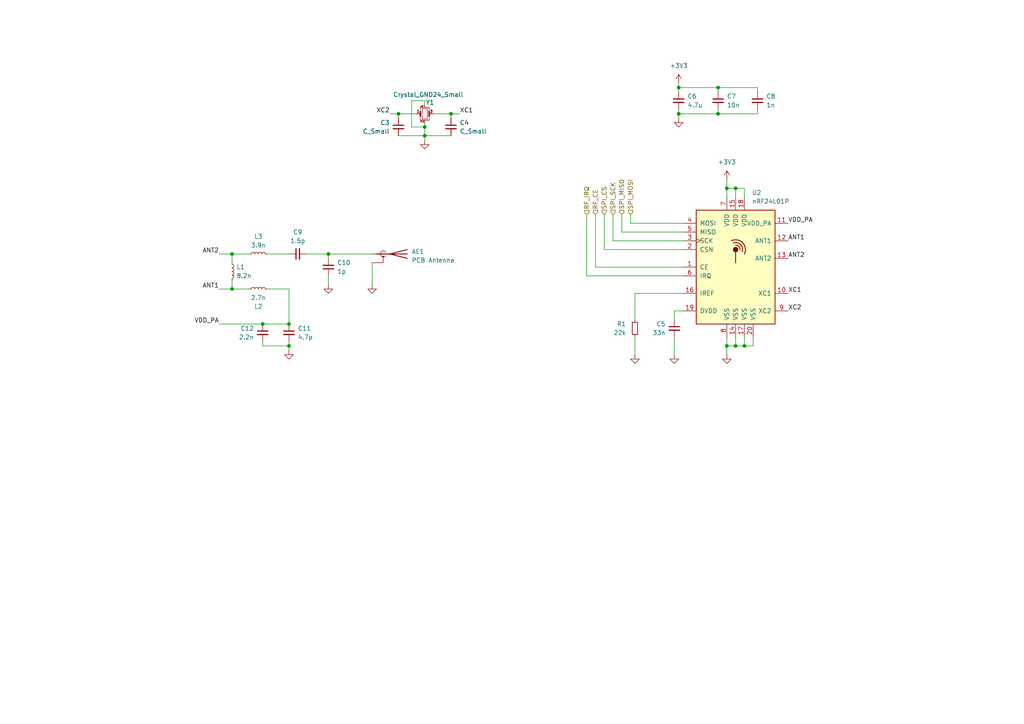
<source format=kicad_sch>
(kicad_sch (version 20231120) (generator "eeschema") (generator_version "8.0")
  (paper "A4")
  (lib_symbols
    (symbol "Device:Antenna_Shield" (pin_numbers hide) (pin_names (offset 1.016) hide)
      (property "Reference" "AE" (at -1.905 4.445 0))
      (property "Value" "Antenna_Shield" (at -1.905 2.54 0))
      (symbol "Antenna_Shield_0_1"
        (arc (start -0.508 -1.143) (mid -0.8429 -2.1194) (end 0 -2.667))
        (arc (start 0 -2.667) (mid 0.7989 -2.1052) (end 0.508 -1.143))
        (polyline (pts (xy 0 -2.54) (xy 0 0)))
        (polyline (pts (xy 0 5.08) (xy 0 -3.81)) (stroke (width 0.254)))
        (polyline (pts (xy 0.762 -1.905) (xy 2.54 -1.905)))
        (polyline (pts (xy 2.54 -2.54) (xy 2.54 -1.905)))
        (polyline (pts (xy 1.27 5.08) (xy 0 0) (xy -1.27 5.08)) (stroke (width 0.254)))
        (circle (center 0.762 -1.905) (radius 0.1778) (fill (type outline)))
      )
      (symbol "Antenna_Shield_1_1"
        (pin input line (at 0 -5.08 90) (length 2.54) (name "A") (number "1"))
        (pin input line (at 2.54 -5.08 90) (length 2.54) (name "Shield") (number "2"))
      )
    )
    (symbol "Device:C_Small" (pin_numbers hide) (pin_names (offset 0.254) hide)
      (property "Reference" "C" (at 0.254 1.778 0))
      (property "Value" "C_Small" (at 0.254 -2.032 0))
      (symbol "C_Small_0_1"
        (polyline (pts (xy -1.524 -0.508) (xy 1.524 -0.508)) (stroke (width 0.3302)))
        (polyline (pts (xy -1.524 0.508) (xy 1.524 0.508)) (stroke (width 0.3048)))
      )
      (symbol "C_Small_1_1"
        (pin passive line (at 0 2.54 270) (length 2.032) (name "~") (number "1"))
        (pin passive line (at 0 -2.54 90) (length 2.032) (name "~") (number "2"))
      )
    )
    (symbol "Device:Crystal_GND24_Small" (pin_names (offset 1.016) hide)
      (property "Reference" "Y" (at 1.27 4.445 0))
      (property "Value" "Crystal_GND24_Small" (at 1.27 2.54 0))
      (symbol "Crystal_GND24_Small_0_1"
        (rectangle (start -0.762 -1.524) (end 0.762 1.524))
        (polyline (pts (xy -1.27 -0.762) (xy -1.27 0.762)) (stroke (width 0.381)))
        (polyline (pts (xy 1.27 -0.762) (xy 1.27 0.762)) (stroke (width 0.381)))
        (polyline (pts (xy -1.27 -1.27) (xy -1.27 -1.905) (xy 1.27 -1.905) (xy 1.27 -1.27)))
        (polyline (pts (xy -1.27 1.27) (xy -1.27 1.905) (xy 1.27 1.905) (xy 1.27 1.27)))
      )
      (symbol "Crystal_GND24_Small_1_1"
        (pin passive line (at -2.54 0 0) (length 1.27) (name "1") (number "1"))
        (pin passive line (at 0 -2.54 90) (length 0.635) (name "2") (number "2"))
        (pin passive line (at 2.54 0 180) (length 1.27) (name "3") (number "3"))
        (pin passive line (at 0 2.54 270) (length 0.635) (name "4") (number "4"))
      )
    )
    (symbol "Device:L_Small" (pin_numbers hide) (pin_names (offset 0.254) hide)
      (property "Reference" "L" (at 0.762 1.016 0))
      (property "Value" "L_Small" (at 0.762 -1.016 0))
      (symbol "L_Small_0_1"
        (arc (start 0 -2.032) (mid 0.5058 -1.524) (end 0 -1.016))
        (arc (start 0 -1.016) (mid 0.5058 -0.508) (end 0 0))
        (arc (start 0 0) (mid 0.5058 0.508) (end 0 1.016))
        (arc (start 0 1.016) (mid 0.5058 1.524) (end 0 2.032))
      )
      (symbol "L_Small_1_1"
        (pin passive line (at 0 2.54 270) (length 0.508) (name "~") (number "1"))
        (pin passive line (at 0 -2.54 90) (length 0.508) (name "~") (number "2"))
      )
    )
    (symbol "Device:R_Small" (pin_numbers hide) (pin_names (offset 0.254) hide)
      (property "Reference" "R" (at 0.762 0.508 0))
      (property "Value" "R_Small" (at 0.762 -1.016 0))
      (symbol "R_Small_0_1"
        (rectangle (start -0.762 1.778) (end 0.762 -1.778) (stroke (width 0.2032)))
      )
      (symbol "R_Small_1_1"
        (pin passive line (at 0 2.54 270) (length 0.762) (name "~") (number "1"))
        (pin passive line (at 0 -2.54 90) (length 0.762) (name "~") (number "2"))
      )
    )
    (symbol "RF:nRF24L01P" (pin_names (offset 1.016))
      (property "Reference" "U" (at -11.43 17.78 0))
      (property "Value" "nRF24L01P" (at 5.08 17.78 0))
      (symbol "nRF24L01P_0_1"
        (rectangle (start -11.43 16.51) (end 11.43 -16.51) (stroke (width 0.254)) (fill (type background)))
        (polyline (pts (xy 0 4.445) (xy 0 1.27)) (stroke (width 0.254)))
        (circle (center 0 5.08) (radius 0.635) (stroke (width 0.254)) (fill (type outline)))
        (arc (start 1.27 5.08) (mid 0.9071 5.9946) (end 0 6.35) (stroke (width 0.254)))
        (arc (start 1.905 4.445) (mid 1.4313 6.5254) (end -0.635 6.985) (stroke (width 0.254)))
        (arc (start 2.54 3.81) (mid 2.008 7.088) (end -1.27 7.62) (stroke (width 0.254)))
        (rectangle (start 11.43 -13.97) (end 11.43 -13.97))
      )
      (symbol "nRF24L01P_1_1"
        (pin input line (at -15.24 0 0) (length 3.81) (name "CE") (number "1"))
        (pin passive line (at 15.24 -7.62 180) (length 3.81) (name "XC1") (number "10"))
        (pin power_out line (at 15.24 12.7 180) (length 3.81) (name "VDD_PA") (number "11"))
        (pin passive line (at 15.24 7.62 180) (length 3.81) (name "ANT1") (number "12"))
        (pin passive line (at 15.24 2.54 180) (length 3.81) (name "ANT2") (number "13"))
        (pin power_in line (at 0 -20.32 90) (length 3.81) (name "VSS") (number "14"))
        (pin power_in line (at 0 20.32 270) (length 3.81) (name "VDD") (number "15"))
        (pin passive line (at -15.24 -7.62 0) (length 3.81) (name "IREF") (number "16"))
        (pin power_in line (at 2.54 -20.32 90) (length 3.81) (name "VSS") (number "17"))
        (pin power_in line (at 2.54 20.32 270) (length 3.81) (name "VDD") (number "18"))
        (pin power_out line (at -15.24 -12.7 0) (length 3.81) (name "DVDD") (number "19"))
        (pin input line (at -15.24 5.08 0) (length 3.81) (name "CSN") (number "2"))
        (pin power_in line (at 5.08 -20.32 90) (length 3.81) (name "VSS") (number "20"))
        (pin input clock (at -15.24 7.62 0) (length 3.81) (name "SCK") (number "3"))
        (pin input line (at -15.24 12.7 0) (length 3.81) (name "MOSI") (number "4"))
        (pin output line (at -15.24 10.16 0) (length 3.81) (name "MISO") (number "5"))
        (pin output line (at -15.24 -2.54 0) (length 3.81) (name "IRQ") (number "6"))
        (pin power_in line (at -2.54 20.32 270) (length 3.81) (name "VDD") (number "7"))
        (pin power_in line (at -2.54 -20.32 90) (length 3.81) (name "VSS") (number "8"))
        (pin passive line (at 15.24 -12.7 180) (length 3.81) (name "XC2") (number "9"))
      )
    )
    (symbol "power:+3V3" (power) (pin_numbers hide) (pin_names (offset 0) hide)
      (property "Value" "+3V3" (at 0 3.556 0))
      (symbol "+3V3_0_1"
        (polyline (pts (xy -0.762 1.27) (xy 0 2.54)))
        (polyline (pts (xy 0 0) (xy 0 2.54)))
        (polyline (pts (xy 0 2.54) (xy 0.762 1.27)))
      )
      (symbol "+3V3_1_1"
        (pin power_in line (at 0 0 90) (length 0) (name "~") (number "1"))
      )
    )
    (symbol "power:GND" (power) (pin_numbers hide) (pin_names (offset 0) hide)
      (property "Value" "GND" (at 0 -3.81 0))
      (symbol "GND_0_1"
        (polyline (pts (xy 0 0) (xy 0 -1.27) (xy 1.27 -1.27) (xy 0 -2.54) (xy -1.27 -1.27) (xy 0 -1.27)))
      )
      (symbol "GND_1_1"
        (pin power_in line (at 0 0 270) (length 0) (name "~") (number "1"))
      )
    )
  )
  (junction (at 196.85 25.4))
  (junction (at 67.31 73.66))
  (junction (at 210.82 54.61))
  (junction (at 213.36 54.61))
  (junction (at 208.28 33.02))
  (junction (at 115.57 33.02))
  (junction (at 83.82 100.33))
  (junction (at 213.36 100.33))
  (junction (at 67.31 83.82))
  (junction (at 123.19 39.37))
  (junction (at 210.82 100.33))
  (junction (at 95.25 73.66))
  (junction (at 196.85 33.02))
  (junction (at 208.28 25.4))
  (junction (at 215.9 100.33))
  (junction (at 83.82 93.98))
  (junction (at 130.81 33.02))
  (junction (at 123.19 36.83))
  (junction (at 76.2 93.98))
  (wire (pts (xy 76.2 99.06) (xy 76.2 100.33)))
  (wire (pts (xy 67.31 81.28) (xy 67.31 83.82)))
  (wire (pts (xy 196.85 31.75) (xy 196.85 33.02)))
  (wire (pts (xy 198.12 69.85) (xy 177.8 69.85)))
  (wire (pts (xy 63.5 73.66) (xy 67.31 73.66)))
  (wire (pts (xy 219.71 26.67) (xy 219.71 25.4)))
  (wire (pts (xy 198.12 77.47) (xy 172.72 77.47)))
  (wire (pts (xy 130.81 33.02) (xy 130.81 34.29)))
  (wire (pts (xy 219.71 31.75) (xy 219.71 33.02)))
  (wire (pts (xy 123.19 35.56) (xy 123.19 36.83)))
  (wire (pts (xy 119.38 36.83) (xy 123.19 36.83)))
  (wire (pts (xy 215.9 97.79) (xy 215.9 100.33)))
  (wire (pts (xy 215.9 57.15) (xy 215.9 54.61)))
  (wire (pts (xy 63.5 83.82) (xy 67.31 83.82)))
  (wire (pts (xy 170.18 80.01) (xy 170.18 62.23)))
  (wire (pts (xy 195.58 90.17) (xy 195.58 92.71)))
  (wire (pts (xy 213.36 54.61) (xy 210.82 54.61)))
  (wire (pts (xy 172.72 77.47) (xy 172.72 62.23)))
  (wire (pts (xy 95.25 80.01) (xy 95.25 82.55)))
  (wire (pts (xy 83.82 99.06) (xy 83.82 100.33)))
  (wire (pts (xy 63.5 93.98) (xy 76.2 93.98)))
  (wire (pts (xy 95.25 73.66) (xy 107.95 73.66)))
  (wire (pts (xy 196.85 33.02) (xy 196.85 34.29)))
  (wire (pts (xy 119.38 29.21) (xy 119.38 36.83)))
  (wire (pts (xy 196.85 24.13) (xy 196.85 25.4)))
  (wire (pts (xy 113.03 33.02) (xy 115.57 33.02)))
  (wire (pts (xy 215.9 54.61) (xy 213.36 54.61)))
  (wire (pts (xy 208.28 31.75) (xy 208.28 33.02)))
  (wire (pts (xy 76.2 93.98) (xy 83.82 93.98)))
  (wire (pts (xy 76.2 100.33) (xy 83.82 100.33)))
  (wire (pts (xy 198.12 64.77) (xy 182.88 64.77)))
  (wire (pts (xy 213.36 54.61) (xy 213.36 57.15)))
  (wire (pts (xy 123.19 39.37) (xy 130.81 39.37)))
  (wire (pts (xy 210.82 54.61) (xy 210.82 57.15)))
  (wire (pts (xy 210.82 52.07) (xy 210.82 54.61)))
  (wire (pts (xy 198.12 90.17) (xy 195.58 90.17)))
  (wire (pts (xy 213.36 97.79) (xy 213.36 100.33)))
  (wire (pts (xy 177.8 69.85) (xy 177.8 62.23)))
  (wire (pts (xy 198.12 72.39) (xy 175.26 72.39)))
  (wire (pts (xy 184.15 85.09) (xy 184.15 92.71)))
  (wire (pts (xy 123.19 39.37) (xy 123.19 40.64)))
  (wire (pts (xy 123.19 30.48) (xy 123.19 29.21)))
  (wire (pts (xy 198.12 67.31) (xy 180.34 67.31)))
  (wire (pts (xy 130.81 33.02) (xy 133.35 33.02)))
  (wire (pts (xy 67.31 76.2) (xy 67.31 73.66)))
  (wire (pts (xy 123.19 29.21) (xy 119.38 29.21)))
  (wire (pts (xy 182.88 64.77) (xy 182.88 62.23)))
  (wire (pts (xy 195.58 97.79) (xy 195.58 102.87)))
  (wire (pts (xy 218.44 97.79) (xy 218.44 100.33)))
  (wire (pts (xy 210.82 100.33) (xy 210.82 102.87)))
  (wire (pts (xy 88.9 73.66) (xy 95.25 73.66)))
  (wire (pts (xy 67.31 73.66) (xy 72.39 73.66)))
  (wire (pts (xy 208.28 26.67) (xy 208.28 25.4)))
  (wire (pts (xy 107.95 76.2) (xy 107.95 82.55)))
  (wire (pts (xy 219.71 33.02) (xy 208.28 33.02)))
  (wire (pts (xy 115.57 33.02) (xy 115.57 34.29)))
  (wire (pts (xy 115.57 39.37) (xy 123.19 39.37)))
  (wire (pts (xy 95.25 73.66) (xy 95.25 74.93)))
  (wire (pts (xy 123.19 36.83) (xy 123.19 39.37)))
  (wire (pts (xy 184.15 97.79) (xy 184.15 102.87)))
  (wire (pts (xy 83.82 83.82) (xy 83.82 93.98)))
  (wire (pts (xy 196.85 25.4) (xy 196.85 26.67)))
  (wire (pts (xy 175.26 72.39) (xy 175.26 62.23)))
  (wire (pts (xy 115.57 33.02) (xy 120.65 33.02)))
  (wire (pts (xy 67.31 83.82) (xy 72.39 83.82)))
  (wire (pts (xy 213.36 100.33) (xy 210.82 100.33)))
  (wire (pts (xy 219.71 25.4) (xy 208.28 25.4)))
  (wire (pts (xy 77.47 73.66) (xy 83.82 73.66)))
  (wire (pts (xy 208.28 25.4) (xy 196.85 25.4)))
  (wire (pts (xy 218.44 100.33) (xy 215.9 100.33)))
  (wire (pts (xy 83.82 100.33) (xy 83.82 101.6)))
  (wire (pts (xy 208.28 33.02) (xy 196.85 33.02)))
  (wire (pts (xy 198.12 85.09) (xy 184.15 85.09)))
  (wire (pts (xy 215.9 100.33) (xy 213.36 100.33)))
  (wire (pts (xy 180.34 67.31) (xy 180.34 62.23)))
  (wire (pts (xy 198.12 80.01) (xy 170.18 80.01)))
  (wire (pts (xy 210.82 97.79) (xy 210.82 100.33)))
  (wire (pts (xy 125.73 33.02) (xy 130.81 33.02)))
  (wire (pts (xy 77.47 83.82) (xy 83.82 83.82)))
  (label "ANT2" (at 228.6 74.93 0))
  (label "XC2" (at 113.03 33.02 180))
  (label "VDD_PA" (at 228.6 64.77 0))
  (label "ANT1" (at 63.5 83.82 180))
  (label "XC2" (at 228.6 90.17 0))
  (label "ANT1" (at 228.6 69.85 0))
  (label "XC1" (at 228.6 85.09 0))
  (label "ANT2" (at 63.5 73.66 180))
  (label "VDD_PA" (at 63.5 93.98 180))
  (label "XC1" (at 133.35 33.02 0))
  (hierarchical_label "SPI_CS" (shape input) (at 175.26 62.23 90))
  (hierarchical_label "SPI_SCK" (shape input) (at 177.8 62.23 90))
  (hierarchical_label "SPI_MOSI" (shape input) (at 182.88 62.23 90))
  (hierarchical_label "RF_IRQ" (shape input) (at 170.18 62.23 90))
  (hierarchical_label "SPI_MISO" (shape input) (at 180.34 62.23 90))
  (hierarchical_label "RF_CE" (shape input) (at 172.72 62.23 90))
  (symbol (lib_id "Device:L_Small") (at 67.31 78.74 0) (unit 1)
    (property "Reference" "L1" (at 68.58 77.4699 0) (effects (justify left)))
    (property "Value" "8.2n" (at 68.58 80.0099 0) (effects (justify left)))
    (property "Footprint" "Capacitor_SMD:C_0402_1005Metric" (effects (hide yes)))
    (property "Description" "Inductor, small symbol" (effects (hide yes)))
  )
  (symbol (lib_id "power:GND") (at 195.58 102.87 0) (unit 1)
    (property "Reference" "#PWR08" (effects (hide yes)))
    (property "Value" "GND" (effects (hide yes)))
    (property "Description" "Power symbol creates a global label with name \"GND\" , ground" (effects (hide yes)))
  )
  (symbol (lib_id "power:GND") (at 184.15 102.87 0) (unit 1)
    (property "Reference" "#PWR09" (effects (hide yes)))
    (property "Value" "GND" (effects (hide yes)))
    (property "Description" "Power symbol creates a global label with name \"GND\" , ground" (effects (hide yes)))
  )
  (symbol (lib_id "Device:C_Small") (at 83.82 96.52 0) (unit 1)
    (property "Reference" "C11" (at 86.36 95.2562 0) (effects (justify left)))
    (property "Value" "4.7p" (at 86.36 97.7962 0) (effects (justify left)))
    (property "Footprint" "Capacitor_SMD:C_0402_1005Metric" (effects (hide yes)))
    (property "Description" "Unpolarized capacitor, small symbol" (effects (hide yes)))
  )
  (symbol (lib_id "Device:R_Small") (at 184.15 95.25 0) (mirror y) (unit 1)
    (property "Reference" "R1" (at 181.61 93.9799 0) (effects (justify left)))
    (property "Value" "22k" (at 181.61 96.5199 0) (effects (justify left)))
    (property "Footprint" "Capacitor_SMD:C_0402_1005Metric" (effects (hide yes)))
    (property "Description" "Resistor, small symbol" (effects (hide yes)))
  )
  (symbol (lib_id "Device:C_Small") (at 76.2 96.52 0) (mirror y) (unit 1)
    (property "Reference" "C12" (at 73.66 95.2562 0) (effects (justify left)))
    (property "Value" "2.2n" (at 73.66 97.7962 0) (effects (justify left)))
    (property "Footprint" "Capacitor_SMD:C_0402_1005Metric" (effects (hide yes)))
    (property "Description" "Unpolarized capacitor, small symbol" (effects (hide yes)))
  )
  (symbol (lib_id "Device:C_Small") (at 219.71 29.21 0) (unit 1)
    (property "Reference" "C8" (at 222.25 27.9462 0) (effects (justify left)))
    (property "Value" "1n" (at 222.25 30.4862 0) (effects (justify left)))
    (property "Footprint" "Capacitor_SMD:C_0402_1005Metric" (effects (hide yes)))
    (property "Description" "Unpolarized capacitor, small symbol" (effects (hide yes)))
  )
  (symbol (lib_id "Device:C_Small") (at 196.85 29.21 0) (unit 1)
    (property "Reference" "C6" (at 199.39 27.9462 0) (effects (justify left)))
    (property "Value" "4.7u" (at 199.39 30.4862 0) (effects (justify left)))
    (property "Footprint" "Capacitor_SMD:C_0402_1005Metric" (effects (hide yes)))
    (property "Description" "Unpolarized capacitor, small symbol" (effects (hide yes)))
  )
  (symbol (lib_id "power:GND") (at 107.95 82.55 0) (unit 1)
    (property "Reference" "#PWR014" (effects (hide yes)))
    (property "Value" "GND" (effects (hide yes)))
    (property "Description" "Power symbol creates a global label with name \"GND\" , ground" (effects (hide yes)))
  )
  (symbol (lib_id "Device:C_Small") (at 86.36 73.66 90) (unit 1)
    (property "Reference" "C9" (at 86.3663 67.31 90))
    (property "Value" "1.5p" (at 86.3663 69.85 90))
    (property "Footprint" "Capacitor_SMD:C_0402_1005Metric" (effects (hide yes)))
    (property "Description" "Unpolarized capacitor, small symbol" (effects (hide yes)))
  )
  (symbol (lib_id "Device:C_Small") (at 115.57 36.83 0) (unit 1)
    (property "Reference" "C3" (at 113.03 35.5662 0) (effects (justify right)))
    (property "Value" "C_Small" (at 113.03 38.1062 0) (effects (justify right)))
    (property "Footprint" "Capacitor_SMD:C_0402_1005Metric" (effects (hide yes)))
    (property "Description" "Unpolarized capacitor, small symbol" (effects (hide yes)))
  )
  (symbol (lib_id "RF:nRF24L01P") (at 213.36 77.47 0) (unit 1)
    (property "Reference" "U2" (at 218.0941 55.88 0) (effects (justify left)))
    (property "Value" "nRF24L01P" (at 218.0941 58.42 0) (effects (justify left)))
    (property "Footprint" "Package_DFN_QFN:QFN-20-1EP_4x4mm_P0.5mm_EP2.5x2.5mm" (effects (hide yes)))
    (property "Datasheet" "http://www.nordicsemi.com/eng/content/download/2726/34069/file/nRF24L01P_Product_Specification_1_0.pdf" (effects (hide yes)))
    (property "Description" "nRF24L01+, Ultra low power 2.4GHz RF Transceiver, QFN20 4x4mm" (effects (hide yes)))
  )
  (symbol (lib_id "Device:C_Small") (at 208.28 29.21 0) (unit 1)
    (property "Reference" "C7" (at 210.82 27.9462 0) (effects (justify left)))
    (property "Value" "10n" (at 210.82 30.4862 0) (effects (justify left)))
    (property "Footprint" "Capacitor_SMD:C_0402_1005Metric" (effects (hide yes)))
    (property "Description" "Unpolarized capacitor, small symbol" (effects (hide yes)))
  )
  (symbol (lib_id "Device:C_Small") (at 195.58 95.25 0) (unit 1)
    (property "Reference" "C5" (at 193.04 93.9862 0) (effects (justify right)))
    (property "Value" "33n" (at 193.04 96.5262 0) (effects (justify right)))
    (property "Footprint" "Capacitor_SMD:C_0402_1005Metric" (effects (hide yes)))
    (property "Description" "Unpolarized capacitor, small symbol" (effects (hide yes)))
  )
  (symbol (lib_id "Device:L_Small") (at 74.93 73.66 90) (unit 1)
    (property "Reference" "L3" (at 74.93 68.58 90))
    (property "Value" "3.9n" (at 74.93 71.12 90))
    (property "Footprint" "Capacitor_SMD:C_0402_1005Metric" (effects (hide yes)))
    (property "Description" "Inductor, small symbol" (effects (hide yes)))
  )
  (symbol (lib_id "Device:C_Small") (at 130.81 36.83 0) (mirror y) (unit 1)
    (property "Reference" "C4" (at 133.35 35.5662 0) (effects (justify right)))
    (property "Value" "C_Small" (at 133.35 38.1062 0) (effects (justify right)))
    (property "Footprint" "Capacitor_SMD:C_0402_1005Metric" (effects (hide yes)))
    (property "Description" "Unpolarized capacitor, small symbol" (effects (hide yes)))
  )
  (symbol (lib_id "Device:L_Small") (at 74.93 83.82 270) (mirror x) (unit 1)
    (property "Reference" "L2" (at 74.93 88.9 90))
    (property "Value" "2.7n" (at 74.93 86.36 90))
    (property "Footprint" "Capacitor_SMD:C_0402_1005Metric" (effects (hide yes)))
    (property "Description" "Inductor, small symbol" (effects (hide yes)))
  )
  (symbol (lib_id "power:+3V3") (at 196.85 24.13 0) (unit 1)
    (property "Reference" "#PWR010" (effects (hide yes)))
    (property "Value" "+3V3" (at 196.85 19.05 0))
    (property "Description" "Power symbol creates a global label with name \"+3V3\"" (effects (hide yes)))
  )
  (symbol (lib_id "power:+3V3") (at 210.82 52.07 0) (unit 1)
    (property "Reference" "#PWR03" (effects (hide yes)))
    (property "Value" "+3V3" (at 210.82 46.99 0))
    (property "Description" "Power symbol creates a global label with name \"+3V3\"" (effects (hide yes)))
  )
  (symbol (lib_id "power:GND") (at 210.82 102.87 0) (unit 1)
    (property "Reference" "#PWR04" (effects (hide yes)))
    (property "Value" "GND" (effects (hide yes)))
    (property "Description" "Power symbol creates a global label with name \"GND\" , ground" (effects (hide yes)))
  )
  (symbol (lib_id "Device:Crystal_GND24_Small") (at 123.19 33.02 0) (unit 1)
    (property "Reference" "Y1" (at 124.714 29.718 0))
    (property "Value" "Crystal_GND24_Small" (at 124.206 27.432 0))
    (property "Footprint" "Crystal:Crystal_SMD_3225-4Pin_3.2x2.5mm" (effects (hide yes)))
    (property "Description" "Four pin crystal, GND on pins 2 and 4, small symbol" (effects (hide yes)))
  )
  (symbol (lib_id "power:GND") (at 123.19 40.64 0) (unit 1)
    (property "Reference" "#PWR07" (effects (hide yes)))
    (property "Value" "GND" (effects (hide yes)))
    (property "Description" "Power symbol creates a global label with name \"GND\" , ground" (effects (hide yes)))
  )
  (symbol (lib_id "power:GND") (at 83.82 101.6 0) (unit 1)
    (property "Reference" "#PWR013" (effects (hide yes)))
    (property "Value" "GND" (effects (hide yes)))
    (property "Description" "Power symbol creates a global label with name \"GND\" , ground" (effects (hide yes)))
  )
  (symbol (lib_id "Device:C_Small") (at 95.25 77.47 180) (unit 1)
    (property "Reference" "C10" (at 97.79 76.1935 0) (effects (justify right)))
    (property "Value" "1p" (at 97.79 78.7335 0) (effects (justify right)))
    (property "Footprint" "Capacitor_SMD:C_0402_1005Metric" (effects (hide yes)))
    (property "Description" "Unpolarized capacitor, small symbol" (effects (hide yes)))
  )
  (symbol (lib_id "power:GND") (at 196.85 34.29 0) (unit 1)
    (property "Reference" "#PWR011" (effects (hide yes)))
    (property "Value" "GND" (effects (hide yes)))
    (property "Description" "Power symbol creates a global label with name \"GND\" , ground" (effects (hide yes)))
  )
  (symbol (lib_id "Device:Antenna_Shield") (at 113.03 73.66 270) (unit 1)
    (property "Reference" "AE1" (at 119.38 72.9614 90) (effects (justify left)))
    (property "Value" "PCB Antenna" (at 119.38 75.5014 90) (effects (justify left)))
    (property "Footprint" "RF_Antenna:Texas_SWRA117D_2.4GHz_Right" (effects (hide yes)))
    (property "Description" "Antenna with extra pin for shielding" (effects (hide yes)))
  )
  (symbol (lib_id "power:GND") (at 95.25 82.55 0) (unit 1)
    (property "Reference" "#PWR012" (effects (hide yes)))
    (property "Value" "GND" (effects (hide yes)))
    (property "Description" "Power symbol creates a global label with name \"GND\" , ground" (effects (hide yes)))
  )
)
</source>
